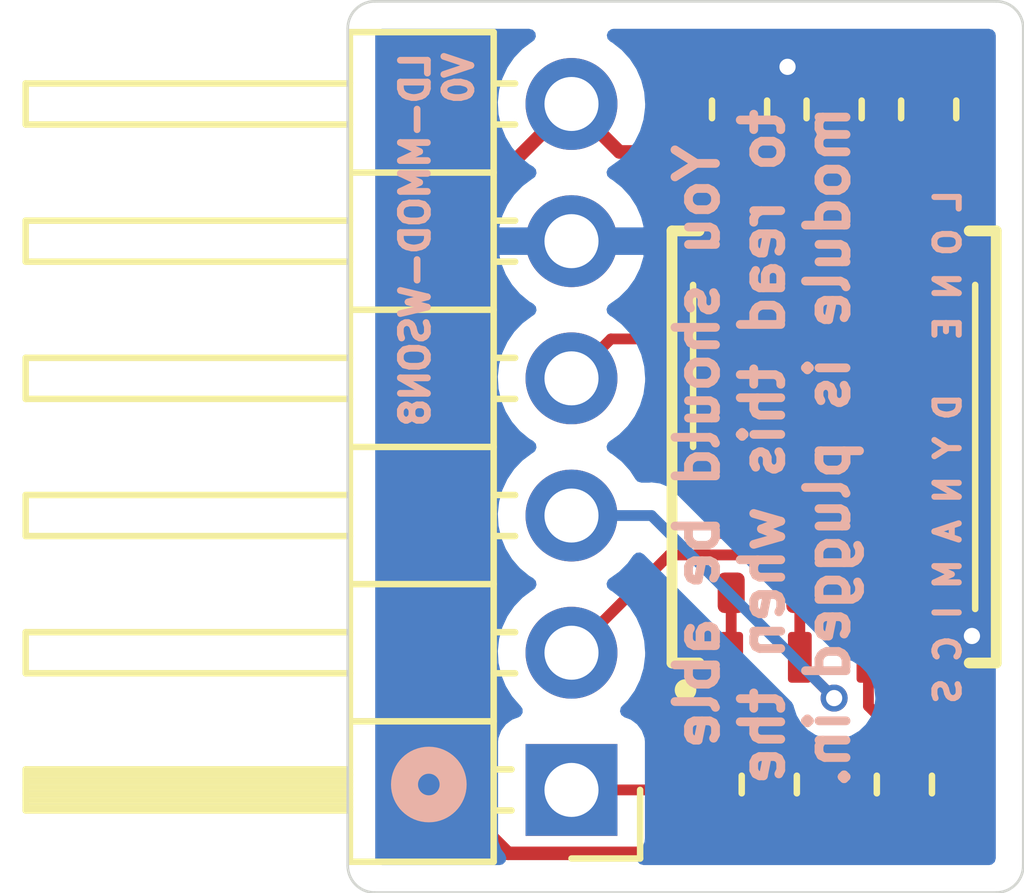
<source format=kicad_pcb>
(kicad_pcb (version 20211014) (generator pcbnew)
  (layers (0 "F.Cu" signal) (31 "B.Cu" signal) (34 "B.Paste" user) (35 "F.Paste" user) (36 "B.SilkS" user "B.Silkscreen") (37 "F.SilkS" user "F.Silkscreen") (38 "B.Mask" user) (39 "F.Mask" user) (44 "Edge.Cuts" user))
  (net 0 "")
  (net 1 "GND")
  (net 2 "/PWR3V3")
  (net 3 "/SPI_SCK")
  (net 4 "/SPI_MISO")
  (net 5 "/SPI_MOSI")
  (net 6 "/SPI_SS")
  (net 7 "/SPI_WP")
  (net 8 "/SPI_HOLD")
  (footprint "Capacitor_SMD:C_0603_1608Metric" (layer "F.Cu") (at 107.25 102 90)
    (fp_text reference "C1" hide)
    (fp_text value "100nF" hide)
    (fp_line (start -0.162779 -0.51) (end 0.162779 -0.51) (layer "F.SilkS") (width 0.12))
    (fp_line (start -0.162779 0.51) (end 0.162779 0.51) (layer "F.SilkS") (width 0.12))
    (pad "1" smd roundrect locked (at -0.7875 0 90) (size 0.875 0.95) (layers "F.Cu" "F.Paste" "F.Mask") (net 2 "/PWR3V3"))
    (pad "2" smd roundrect locked (at 0.7875 0 90) (size 0.875 0.95) (layers "F.Cu" "F.Paste" "F.Mask") (net 1 "GND"))
  )
  (footprint "Resistor_SMD:R_0603_1608Metric" (layer "F.Cu") (at 107.8 114.5 90)
    (fp_text reference "R3" hide)
    (fp_text value "10K" hide)
    (fp_line (start -0.162779 0.51) (end 0.162779 0.51) (layer "F.SilkS") (width 0.12))
    (fp_line (start -0.162779 -0.51) (end 0.162779 -0.51) (layer "F.SilkS") (width 0.12))
    (pad "1" smd roundrect locked (at -0.7875 0 90) (size 0.875 0.95) (layers "F.Cu" "F.Paste" "F.Mask") (net 2 "/PWR3V3"))
    (pad "2" smd roundrect locked (at 0.7875 0 90) (size 0.875 0.95) (layers "F.Cu" "F.Paste" "F.Mask") (net 6 "/SPI_SS"))
  )
  (footprint "Connector_PinHeader_2.54mm:PinHeader_1x06_P2.54mm_Horizontal" (layer "F.Cu") (at 104.14 114.6 180)
    (fp_text reference "PMOD1" hide)
    (fp_text value "PMOD-Device-x1-Type-2-SPI" hide)
    (fp_line (start 1.44 14.03) (end 4.1 14.03) (layer "F.SilkS") (width 0.12))
    (fp_line (start 4.1 -0.08) (end 10.1 -0.08) (layer "F.SilkS") (width 0.12))
    (fp_line (start 4.1 -1.33) (end 1.44 -1.33) (layer "F.SilkS") (width 0.12))
    (fp_line (start 1.44 1.27) (end 4.1 1.27) (layer "F.SilkS") (width 0.12))
    (fp_line (start 4.1 -0.2) (end 10.1 -0.2) (layer "F.SilkS") (width 0.12))
    (fp_line (start 4.1 -0.38) (end 10.1 -0.38) (layer "F.SilkS") (width 0.12))
    (fp_line (start 1.042929 8) (end 1.44 8) (layer "F.SilkS") (width 0.12))
    (fp_line (start 4.1 7.24) (end 10.1 7.24) (layer "F.SilkS") (width 0.12))
    (fp_line (start 10.1 8) (end 4.1 8) (layer "F.SilkS") (width 0.12))
    (fp_line (start 4.1 9.78) (end 10.1 9.78) (layer "F.SilkS") (width 0.12))
    (fp_line (start 1.44 -1.33) (end 1.44 14.03) (layer "F.SilkS") (width 0.12))
    (fp_line (start 1.042929 10.54) (end 1.44 10.54) (layer "F.SilkS") (width 0.12))
    (fp_line (start 1.042929 12.32) (end 1.44 12.32) (layer "F.SilkS") (width 0.12))
    (fp_line (start 1.11 0.38) (end 1.44 0.38) (layer "F.SilkS") (width 0.12))
    (fp_line (start 4.1 12.32) (end 10.1 12.32) (layer "F.SilkS") (width 0.12))
    (fp_line (start 1.44 6.35) (end 4.1 6.35) (layer "F.SilkS") (width 0.12))
    (fp_line (start 1.042929 4.7) (end 1.44 4.7) (layer "F.SilkS") (width 0.12))
    (fp_line (start -1.27 -1.27) (end 0 -1.27) (layer "F.SilkS") (width 0.12))
    (fp_line (start 1.042929 2.92) (end 1.44 2.92) (layer "F.SilkS") (width 0.12))
    (fp_line (start 10.1 10.54) (end 4.1 10.54) (layer "F.SilkS") (width 0.12))
    (fp_line (start 10.1 2.92) (end 4.1 2.92) (layer "F.SilkS") (width 0.12))
    (fp_line (start 1.042929 2.16) (end 1.44 2.16) (layer "F.SilkS") (width 0.12))
    (fp_line (start 4.1 0.04) (end 10.1 0.04) (layer "F.SilkS") (width 0.12))
    (fp_line (start 4.1 2.16) (end 10.1 2.16) (layer "F.SilkS") (width 0.12))
    (fp_line (start 10.1 9.78) (end 10.1 10.54) (layer "F.SilkS") (width 0.12))
    (fp_line (start 10.1 13.08) (end 4.1 13.08) (layer "F.SilkS") (width 0.12))
    (fp_line (start 4.1 0.16) (end 10.1 0.16) (layer "F.SilkS") (width 0.12))
    (fp_line (start 10.1 7.24) (end 10.1 8) (layer "F.SilkS") (width 0.12))
    (fp_line (start 10.1 -0.38) (end 10.1 0.38) (layer "F.SilkS") (width 0.12))
    (fp_line (start 10.1 5.46) (end 4.1 5.46) (layer "F.SilkS") (width 0.12))
    (fp_line (start 10.1 4.7) (end 10.1 5.46) (layer "F.SilkS") (width 0.12))
    (fp_line (start 1.042929 5.46) (end 1.44 5.46) (layer "F.SilkS") (width 0.12))
    (fp_line (start 10.1 2.16) (end 10.1 2.92) (layer "F.SilkS") (width 0.12))
    (fp_line (start 1.042929 13.08) (end 1.44 13.08) (layer "F.SilkS") (width 0.12))
    (fp_line (start 4.1 4.7) (end 10.1 4.7) (layer "F.SilkS") (width 0.12))
    (fp_line (start 10.1 0.38) (end 4.1 0.38) (layer "F.SilkS") (width 0.12))
    (fp_line (start 1.44 8.89) (end 4.1 8.89) (layer "F.SilkS") (width 0.12))
    (fp_line (start 4.1 -0.32) (end 10.1 -0.32) (layer "F.SilkS") (width 0.12))
    (fp_line (start 1.042929 7.24) (end 1.44 7.24) (layer "F.SilkS") (width 0.12))
    (fp_line (start 10.1 12.32) (end 10.1 13.08) (layer "F.SilkS") (width 0.12))
    (fp_line (start 1.042929 9.78) (end 1.44 9.78) (layer "F.SilkS") (width 0.12))
    (fp_line (start 1.44 11.43) (end 4.1 11.43) (layer "F.SilkS") (width 0.12))
    (fp_line (start 1.44 3.81) (end 4.1 3.81) (layer "F.SilkS") (width 0.12))
    (fp_line (start -1.27 0) (end -1.27 -1.27) (layer "F.SilkS") (width 0.12))
    (fp_line (start 1.11 -0.38) (end 1.44 -0.38) (layer "F.SilkS") (width 0.12))
    (fp_line (start 4.1 0.28) (end 10.1 0.28) (layer "F.SilkS") (width 0.12))
    (fp_line (start 4.1 14.03) (end 4.1 -1.33) (layer "F.SilkS") (width 0.12))
    (pad "1" thru_hole rect locked (at 0 0 180) (size 1.7 1.7) (drill 1) (layers *.Cu *.Mask) (net 6 "/SPI_SS"))
    (pad "2" thru_hole oval locked (at 0 2.54 180) (size 1.7 1.7) (drill 1) (layers *.Cu *.Mask) (net 5 "/SPI_MOSI"))
    (pad "3" thru_hole oval locked (at 0 5.08 180) (size 1.7 1.7) (drill 1) (layers *.Cu *.Mask) (net 4 "/SPI_MISO"))
    (pad "4" thru_hole oval locked (at 0 7.62 180) (size 1.7 1.7) (drill 1) (layers *.Cu *.Mask) (net 3 "/SPI_SCK"))
    (pad "5" thru_hole oval locked (at 0 10.16 180) (size 1.7 1.7) (drill 1) (layers *.Cu *.Mask) (net 1 "GND"))
    (pad "6" thru_hole oval locked (at 0 12.7 180) (size 1.7 1.7) (drill 1) (layers *.Cu *.Mask) (net 2 "/PWR3V3"))
  )
  (footprint "Resistor_SMD:R_0603_1608Metric" (layer "F.Cu") (at 110.75 102 -90)
    (fp_text reference "R2" hide)
    (fp_text value "10K" hide)
    (fp_line (start -0.162779 -0.51) (end 0.162779 -0.51) (layer "F.SilkS") (width 0.12))
    (fp_line (start -0.162779 0.51) (end 0.162779 0.51) (layer "F.SilkS") (width 0.12))
    (pad "1" smd roundrect locked (at -0.7875 0 270) (size 0.875 0.95) (layers "F.Cu" "F.Paste" "F.Mask") (net 2 "/PWR3V3"))
    (pad "2" smd roundrect locked (at 0.7875 0 270) (size 0.875 0.95) (layers "F.Cu" "F.Paste" "F.Mask") (net 8 "/SPI_HOLD"))
  )
  (footprint "Resistor_SMD:R_0603_1608Metric" (layer "F.Cu") (at 110.3 114.5 90)
    (fp_text reference "R1" hide)
    (fp_text value "10K" hide)
    (fp_line (start -0.162779 -0.51) (end 0.162779 -0.51) (layer "F.SilkS") (width 0.12))
    (fp_line (start -0.162779 0.51) (end 0.162779 0.51) (layer "F.SilkS") (width 0.12))
    (pad "1" smd roundrect locked (at -0.7875 0 90) (size 0.875 0.95) (layers "F.Cu" "F.Paste" "F.Mask") (net 2 "/PWR3V3"))
    (pad "2" smd roundrect locked (at 0.7875 0 90) (size 0.875 0.95) (layers "F.Cu" "F.Paste" "F.Mask") (net 7 "/SPI_WP"))
  )
  (footprint "Capacitor_SMD:C_0603_1608Metric" (layer "F.Cu") (at 109 102 90)
    (fp_text reference "C2" hide)
    (fp_text value "1uF" hide)
    (fp_line (start -0.162779 -0.51) (end 0.162779 -0.51) (layer "F.SilkS") (width 0.12))
    (fp_line (start -0.162779 0.51) (end 0.162779 0.51) (layer "F.SilkS") (width 0.12))
    (pad "1" smd roundrect locked (at -0.7875 0 90) (size 0.875 0.95) (layers "F.Cu" "F.Paste" "F.Mask") (net 2 "/PWR3V3"))
    (pad "2" smd roundrect locked (at 0.7875 0 90) (size 0.875 0.95) (layers "F.Cu" "F.Paste" "F.Mask") (net 1 "GND"))
  )
  (footprint "Package_SON:WSON-8-1EP_6x5mm_P1.27mm_EP3.4x4.3mm" (layer "F.Cu") (at 109 108.25 90)
    (fp_text reference "U1" hide)
    (fp_text value "AT25SF081-SSHD-X" hide)
    (fp_line (start -3 2.61) (end 3 2.61) (layer "F.SilkS") (width 0.12))
    (fp_line (start 0 -2.61) (end 3 -2.61) (layer "F.SilkS") (width 0.12))
    (pad "1" smd roundrect (at -2.7 -1.905 90) (size 0.75 0.5) (layers "F.Cu" "F.Paste" "F.Mask") (net 6 "/SPI_SS"))
    (pad "2" smd roundrect (at -2.7 -0.635 90) (size 0.75 0.5) (layers "F.Cu" "F.Paste" "F.Mask") (net 4 "/SPI_MISO"))
    (pad "3" smd roundrect (at -2.7 0.635 90) (size 0.75 0.5) (layers "F.Cu" "F.Paste" "F.Mask") (net 7 "/SPI_WP"))
    (pad "4" smd roundrect (at -2.7 1.905 90) (size 0.75 0.5) (layers "F.Cu" "F.Paste" "F.Mask") (net 1 "GND"))
    (pad "5" smd roundrect (at 2.7 1.905 90) (size 0.75 0.5) (layers "F.Cu" "F.Paste" "F.Mask") (net 5 "/SPI_MOSI"))
    (pad "6" smd roundrect (at 2.7 0.635 90) (size 0.75 0.5) (layers "F.Cu" "F.Paste" "F.Mask") (net 3 "/SPI_SCK"))
    (pad "7" smd roundrect (at 2.7 -0.635 90) (size 0.75 0.5) (layers "F.Cu" "F.Paste" "F.Mask") (net 8 "/SPI_HOLD"))
    (pad "8" smd roundrect (at 2.7 -1.905 90) (size 0.75 0.5) (layers "F.Cu" "F.Paste" "F.Mask") (net 2 "/PWR3V3"))
    (pad "9" smd rect (at 0 0 90) (size 3.4 4.3) (layers "F.Cu" "F.Mask"))
  )
  (footprint "LD-MEMORY:SON127P800X600X80-9N" (layer "F.Cu") (at 109 108.25 90)
    (fp_text reference "U2" hide)
    (fp_text value "AT25SF081-SSHD-X" hide)
    (fp_line (start -4 2.5) (end -4 3) (layer "F.SilkS") (width 0.2))
    (fp_line (start -4 3) (end 4 3) (layer "F.SilkS") (width 0.2))
    (fp_line (start 4 3) (end 4 2.5) (layer "F.SilkS") (width 0.2))
    (fp_line (start 4 -3) (end 4 -2.5) (layer "F.SilkS") (width 0.2))
    (fp_line (start -4 -2.5) (end -4 -3) (layer "F.SilkS") (width 0.2))
    (fp_line (start -4 -3) (end 4 -3) (layer "F.SilkS") (width 0.2))
    (fp_circle (center -4.5 -2.75) (end -4.4 -2.75) (layer "F.SilkS") (width 0.2) (fill none))
    (pad "1" smd roundrect (at -3.895 -1.905 90) (size 0.94 0.44) (layers "F.Cu" "F.Paste" "F.Mask") (roundrect_rratio 0.15) (net 6 "/SPI_SS"))
    (pad "2" smd roundrect (at -3.895 -0.635 90) (size 0.94 0.44) (layers "F.Cu" "F.Paste" "F.Mask") (roundrect_rratio 0.15) (net 4 "/SPI_MISO"))
    (pad "3" smd roundrect (at -3.895 0.635 90) (size 0.94 0.44) (layers "F.Cu" "F.Paste" "F.Mask") (roundrect_rratio 0.15) (net 7 "/SPI_WP"))
    (pad "4" smd roundrect (at -3.895 1.905 90) (size 0.94 0.44) (layers "F.Cu" "F.Paste" "F.Mask") (roundrect_rratio 0.15) (net 1 "GND"))
    (pad "5" smd roundrect (at 3.895 1.905 90) (size 0.94 0.44) (layers "F.Cu" "F.Paste" "F.Mask") (roundrect_rratio 0.15) (net 5 "/SPI_MOSI"))
    (pad "6" smd roundrect (at 3.895 0.635 90) (size 0.94 0.44) (layers "F.Cu" "F.Paste" "F.Mask") (roundrect_rratio 0.15) (net 3 "/SPI_SCK"))
    (pad "7" smd roundrect (at 3.895 -0.635 90) (size 0.94 0.44) (layers "F.Cu" "F.Paste" "F.Mask") (roundrect_rratio 0.15) (net 8 "/SPI_HOLD"))
    (pad "8" smd roundrect (at 3.895 -1.905 90) (size 0.94 0.44) (layers "F.Cu" "F.Paste" "F.Mask") (roundrect_rratio 0.15) (net 2 "/PWR3V3"))
  )
  (gr_circle (center 101.5 114.5) (end 101.7 114.5) (layer "B.SilkS") (width 0.5) (fill none))
  (gr_line (start 100.5 100) (end 112 100) (layer "Edge.Cuts") (width 0.05))
  (gr_line (start 112.5 100.5) (end 112.5 116) (layer "Edge.Cuts") (width 0.05))
  (gr_line (start 100.5 116.5) (end 112 116.5) (layer "Edge.Cuts") (width 0.05))
  (gr_line (start 100 100.5) (end 100 116) (layer "Edge.Cuts") (width 0.05))
  (gr_arc (start 112 100) (mid 112.353553 100.146447) (end 112.5 100.5) (layer "Edge.Cuts") (width 0.05))
  (gr_arc (start 100.5 116.500099) (mid 100.146377 116.353623) (end 99.999901 116) (layer "Edge.Cuts") (width 0.05))
  (gr_arc (start 112.5 116) (mid 112.353553 116.353553) (end 112 116.5) (layer "Edge.Cuts") (width 0.05))
  (gr_arc (start 100 100.5) (mid 100.146447 100.146447) (end 100.5 100) (layer "Edge.Cuts") (width 0.05))
  (gr_text "LD-MMOD-WSON8\nV0" (at 101.651 100.889 90) (layer "B.SilkS") (effects (font (size 0.5 0.5) (thickness 0.125)) (justify left mirror)))
  (gr_text "You should be able\nto read this when the\nmodule is plugged in." (at 107.674 108.250001 90) (layer "B.SilkS") (effects (font (size 0.75 0.75) (thickness 0.1625)) (justify mirror)))
  (gr_text "L O N E   D Y N A M I C S" (at 111.103 108.250001 90) (layer "B.SilkS") (effects (font (size 0.45 0.45) (thickness 0.1125)) (justify mirror)))
  (segment (start 108.1375 101.2125) (end 109 101.2125) (width 0.25) (layer "F.Cu") (net 1))
  (segment (start 111.155 112.145) (end 111.55 111.75) (width 0.25) (layer "F.Cu") (net 1))
  (segment (start 110.905 110.95) (end 110.905 112.145) (width 0.25) (layer "F.Cu") (net 1))
  (segment (start 110.905 112.145) (end 111.155 112.145) (width 0.25) (layer "F.Cu") (net 1))
  (segment (start 107.25 101.2125) (end 108.1375 101.2125) (width 0.25) (layer "F.Cu") (net 1))
  (via (at 108.1375 101.2125) (size 0.5) (drill 0.3) (layers "F.Cu" "B.Cu") (net 1))
  (via (at 111.55 111.75) (size 0.5) (drill 0.3) (layers "F.Cu" "B.Cu") (net 1))
  (segment (start 107.095 104.355) (end 107.095 102.9425) (width 0.25) (layer "F.Cu") (net 2))
  (segment (start 105.0275 102.7875) (end 104.14 101.9) (width 0.25) (layer "F.Cu") (net 2))
  (segment (start 107.8 115.2875) (end 110.3 115.2875) (width 0.25) (layer "F.Cu") (net 2))
  (segment (start 107.095 105.55) (end 107.095 104.355) (width 0.25) (layer "F.Cu") (net 2))
  (segment (start 102.6 115.409022) (end 102.6 103.44) (width 0.25) (layer "F.Cu") (net 2))
  (segment (start 110.75 101.2125) (end 110.575 101.2125) (width 0.25) (layer "F.Cu") (net 2))
  (segment (start 107.25 102.7875) (end 109 102.7875) (width 0.25) (layer "F.Cu") (net 2))
  (segment (start 102.965489 115.774511) (end 102.6 115.409022) (width 0.25) (layer "F.Cu") (net 2))
  (segment (start 110.575 101.2125) (end 109 102.7875) (width 0.25) (layer "F.Cu") (net 2))
  (segment (start 102.965489 115.774511) (end 107.312989 115.774511) (width 0.25) (layer "F.Cu") (net 2))
  (segment (start 102.6 103.44) (end 104.14 101.9) (width 0.25) (layer "F.Cu") (net 2))
  (segment (start 107.8 115.2875) (end 107.312989 115.774511) (width 0.25) (layer "F.Cu") (net 2))
  (segment (start 107.095 102.9425) (end 107.25 102.7875) (width 0.25) (layer "F.Cu") (net 2))
  (segment (start 107.25 102.7875) (end 105.0275 102.7875) (width 0.25) (layer "F.Cu") (net 2))
  (segment (start 108.934511 106.250489) (end 104.869511 106.250489) (width 0.2) (layer "F.Cu") (net 3))
  (segment (start 109.635 104.355) (end 109.635 105.55) (width 0.2) (layer "F.Cu") (net 3))
  (segment (start 104.869511 106.250489) (end 104.14 106.98) (width 0.2) (layer "F.Cu") (net 3))
  (segment (start 108.934511 106.250489) (end 109.635 105.55) (width 0.2) (layer "F.Cu") (net 3))
  (segment (start 108.365 112.265) (end 109 112.9) (width 0.2) (layer "F.Cu") (net 4))
  (segment (start 108.365 112.145) (end 108.365 112.265) (width 0.2) (layer "F.Cu") (net 4))
  (segment (start 108.365 110.95) (end 108.365 112.145) (width 0.2) (layer "F.Cu") (net 4))
  (via (at 109 112.9) (size 0.5) (drill 0.3) (layers "F.Cu" "B.Cu") (net 4))
  (segment (start 105.62 109.52) (end 109 112.9) (width 0.2) (layer "B.Cu") (net 4))
  (segment (start 104.14 109.52) (end 105.62 109.52) (width 0.2) (layer "B.Cu") (net 4))
  (segment (start 111.449511 110.249511) (end 105.950489 110.249511) (width 0.2) (layer "F.Cu") (net 5))
  (segment (start 110.905 104.355) (end 110.905 105.55) (width 0.2) (layer "F.Cu") (net 5))
  (segment (start 110.905 104.355) (end 111.305 104.355) (width 0.2) (layer "F.Cu") (net 5))
  (segment (start 105.950489 110.249511) (end 104.14 112.06) (width 0.2) (layer "F.Cu") (net 5))
  (segment (start 111.305 104.355) (end 111.6 104.65) (width 0.2) (layer "F.Cu") (net 5))
  (segment (start 111.449511 110.249511) (end 111.6 110.099022) (width 0.2) (layer "F.Cu") (net 5))
  (segment (start 111.6 110.099022) (end 111.6 104.65) (width 0.2) (layer "F.Cu") (net 5))
  (segment (start 107.095 110.95) (end 107.095 112.145) (width 0.2) (layer "F.Cu") (net 6))
  (segment (start 107.095 112.145) (end 107.095 113.0075) (width 0.2) (layer "F.Cu") (net 6))
  (segment (start 106.9125 114.6) (end 107.8 113.7125) (width 0.2) (layer "F.Cu") (net 6))
  (segment (start 107.095 113.0075) (end 107.8 113.7125) (width 0.2) (layer "F.Cu") (net 6))
  (segment (start 106.9125 114.6) (end 104.14 114.6) (width 0.2) (layer "F.Cu") (net 6))
  (segment (start 109.635 112.145) (end 109.635 113.0475) (width 0.2) (layer "F.Cu") (net 7))
  (segment (start 109.635 110.95) (end 109.635 112.145) (width 0.2) (layer "F.Cu") (net 7))
  (segment (start 109.635 113.0475) (end 110.3 113.7125) (width 0.2) (layer "F.Cu") (net 7))
  (segment (start 109.19548 103.52452) (end 110.01298 103.52452) (width 0.2) (layer "F.Cu") (net 8))
  (segment (start 108.365 104.355) (end 109.19548 103.52452) (width 0.2) (layer "F.Cu") (net 8))
  (segment (start 110.01298 103.52452) (end 110.75 102.7875) (width 0.2) (layer "F.Cu") (net 8))
  (segment (start 108.365 105.55) (end 108.365 104.355) (width 0.2) (layer "F.Cu") (net 8))
  (zone (net 1) (net_name "GND") (layer "B.Cu") (connect_pads (clearance 0.508)) (min_thickness 0.254) (fill yes (thermal_gap 0.508) (thermal_bridge_width 0.508))
    (polygon (pts (xy 112.5 116.5) (xy 100 116.5) (xy 100 100) (xy 112.5 100)))
  )
)
</source>
